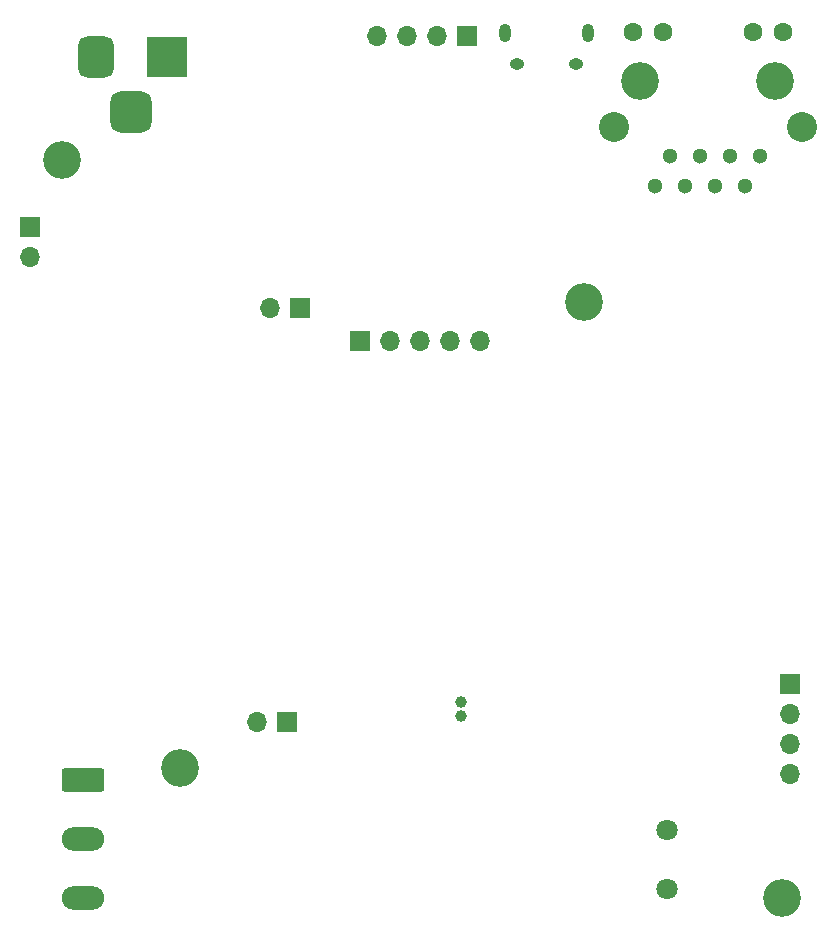
<source format=gbs>
%TF.GenerationSoftware,KiCad,Pcbnew,(6.0.8-1)-1*%
%TF.CreationDate,2022-11-24T03:44:56+08:00*%
%TF.ProjectId,CCTV3_F407_REV200,43435456-335f-4463-9430-375f52455632,rev?*%
%TF.SameCoordinates,Original*%
%TF.FileFunction,Soldermask,Bot*%
%TF.FilePolarity,Negative*%
%FSLAX46Y46*%
G04 Gerber Fmt 4.6, Leading zero omitted, Abs format (unit mm)*
G04 Created by KiCad (PCBNEW (6.0.8-1)-1) date 2022-11-24 03:44:56*
%MOMM*%
%LPD*%
G01*
G04 APERTURE LIST*
G04 Aperture macros list*
%AMRoundRect*
0 Rectangle with rounded corners*
0 $1 Rounding radius*
0 $2 $3 $4 $5 $6 $7 $8 $9 X,Y pos of 4 corners*
0 Add a 4 corners polygon primitive as box body*
4,1,4,$2,$3,$4,$5,$6,$7,$8,$9,$2,$3,0*
0 Add four circle primitives for the rounded corners*
1,1,$1+$1,$2,$3*
1,1,$1+$1,$4,$5*
1,1,$1+$1,$6,$7*
1,1,$1+$1,$8,$9*
0 Add four rect primitives between the rounded corners*
20,1,$1+$1,$2,$3,$4,$5,0*
20,1,$1+$1,$4,$5,$6,$7,0*
20,1,$1+$1,$6,$7,$8,$9,0*
20,1,$1+$1,$8,$9,$2,$3,0*%
G04 Aperture macros list end*
%ADD10O,1.700000X1.700000*%
%ADD11R,1.700000X1.700000*%
%ADD12C,3.200000*%
%ADD13RoundRect,0.250000X-1.550000X0.750000X-1.550000X-0.750000X1.550000X-0.750000X1.550000X0.750000X0*%
%ADD14O,3.600000X2.000000*%
%ADD15R,3.500000X3.500000*%
%ADD16RoundRect,0.750000X-0.750000X-1.000000X0.750000X-1.000000X0.750000X1.000000X-0.750000X1.000000X0*%
%ADD17RoundRect,0.875000X-0.875000X-0.875000X0.875000X-0.875000X0.875000X0.875000X-0.875000X0.875000X0*%
%ADD18C,1.000000*%
%ADD19C,1.800000*%
%ADD20O,1.000000X1.550000*%
%ADD21O,1.250000X0.950000*%
%ADD22C,1.300000*%
%ADD23C,1.600000*%
%ADD24C,2.540000*%
G04 APERTURE END LIST*
D10*
X86650000Y-85540000D03*
X86650000Y-83000000D03*
X86650000Y-80460000D03*
D11*
X86650000Y-77920000D03*
D12*
X25000000Y-33500000D03*
X35000000Y-85000000D03*
D11*
X50260000Y-48900000D03*
D10*
X52800000Y-48900000D03*
X55340000Y-48900000D03*
X57880000Y-48900000D03*
X60420000Y-48900000D03*
D13*
X26777500Y-86000000D03*
D14*
X26777500Y-91000000D03*
X26777500Y-96000000D03*
D15*
X33900000Y-24800000D03*
D16*
X27900000Y-24800000D03*
D17*
X30900000Y-29500000D03*
D11*
X44075000Y-81100000D03*
D10*
X41535000Y-81100000D03*
D18*
X58800000Y-79400000D03*
X58800000Y-80650000D03*
D11*
X22305000Y-39175000D03*
D10*
X22305000Y-41715000D03*
D11*
X59300000Y-23000000D03*
D10*
X56760000Y-23000000D03*
X54220000Y-23000000D03*
X51680000Y-23000000D03*
D12*
X86000000Y-96000000D03*
D19*
X76200000Y-90300000D03*
X76200000Y-95300000D03*
D20*
X69537500Y-22750000D03*
X62537500Y-22750000D03*
D21*
X68537500Y-25450000D03*
X63537500Y-25450000D03*
D12*
X69200000Y-45600000D03*
D11*
X45200000Y-46050000D03*
D10*
X42660000Y-46050000D03*
D12*
X73990000Y-26810000D03*
X85420000Y-26810000D03*
D22*
X84140000Y-33160000D03*
X82880000Y-35700000D03*
X81600000Y-33160000D03*
X80340000Y-35700000D03*
X79070000Y-33160000D03*
X77800000Y-35700000D03*
X76530000Y-33160000D03*
X75260000Y-35700000D03*
D23*
X86030000Y-22700000D03*
X83490000Y-22700000D03*
X75920000Y-22700000D03*
X73380000Y-22700000D03*
D24*
X87650000Y-30710000D03*
X71750000Y-30710000D03*
M02*

</source>
